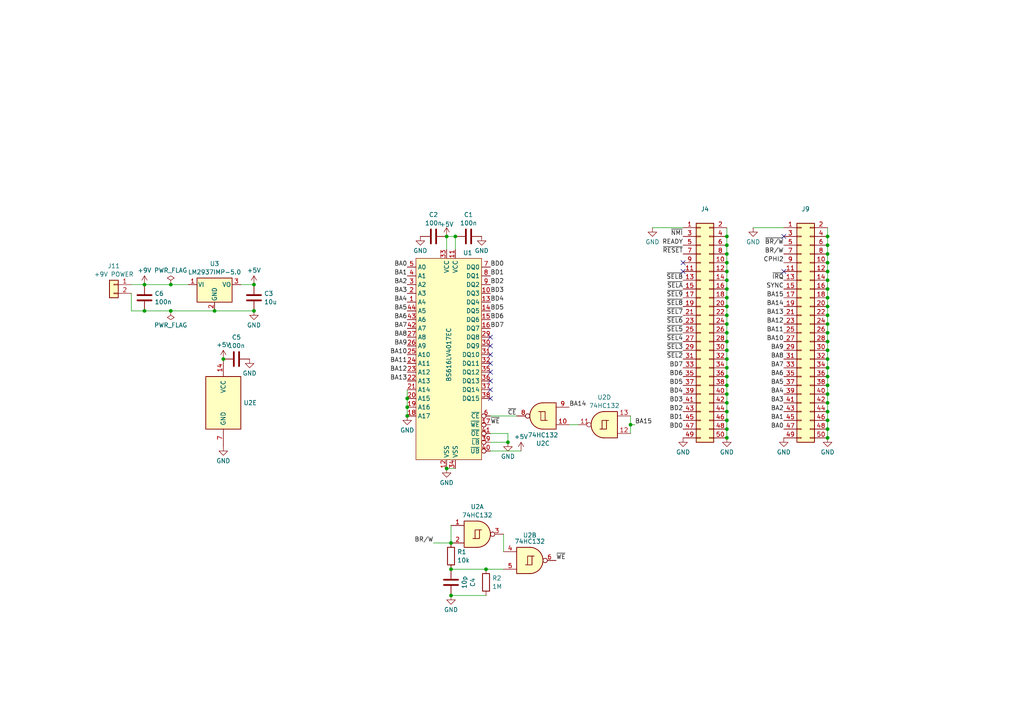
<source format=kicad_sch>
(kicad_sch (version 20230121) (generator eeschema)
  (paper "A4")
  (title_block (title "CBM PET SRAM Expansion") (date "2023-11-12") (rev "2") (company "CCC Basel"))
  (lib_symbols
    (symbol "74xx:74LS132" (pin_names (offset 1.016))
      (property "Reference" "U" (at 0 1.27 0))
      (property "Value" "74LS132" (at 0 -1.27 0))
      (symbol "74LS132_1_0"
        (polyline (pts (xy -0.635 -1.27) (xy -0.635 1.27) (xy 0.635 1.27)))
        (polyline (pts (xy -0.635 -1.27) (xy -0.635 1.27) (xy 0.635 1.27)))
        (polyline (pts (xy -1.27 -1.27) (xy 0.635 -1.27) (xy 0.635 1.27) (xy 1.27 1.27)))
        (polyline (pts (xy -1.27 -1.27) (xy 0.635 -1.27) (xy 0.635 1.27) (xy 1.27 1.27)))
      )
      (symbol "74LS132_1_1"
        (arc (start 0 -3.81) (mid 3.7934 0) (end 0 3.81) (stroke (width 0.254)) (fill (type background)))
        (polyline (pts (xy 0 3.81) (xy -3.81 3.81) (xy -3.81 -3.81) (xy 0 -3.81)) (stroke (width 0.254)) (fill (type background)))
        (pin input line (at -7.62 2.54 0) (length 3.81) (name "~") (number "1"))
        (pin input line (at -7.62 -2.54 0) (length 3.81) (name "~") (number "2"))
        (pin output inverted (at 7.62 0 180) (length 3.81) (name "~") (number "3"))
      )
      (symbol "74LS132_1_2"
        (arc (start -3.81 -3.81) (mid -2.589 0) (end -3.81 3.81) (stroke (width 0.254)))
        (arc (start -0.6096 -3.81) (mid 2.1842 -2.5851) (end 3.81 0) (stroke (width 0.254)) (fill (type background)))
        (polyline (pts (xy -3.81 -3.81) (xy -0.635 -3.81)) (stroke (width 0.254)) (fill (type background)))
        (polyline (pts (xy -3.81 3.81) (xy -0.635 3.81)) (stroke (width 0.254)) (fill (type background)))
        (polyline (pts (xy -0.635 3.81) (xy -3.81 3.81) (xy -3.81 3.81) (xy -3.556 3.4036) (xy -3.0226 2.2606) (xy -2.6924 1.0414) (xy -2.6162 -0.254) (xy -2.7686 -1.4986) (xy -3.175 -2.7178) (xy -3.81 -3.81) (xy -3.81 -3.81) (xy -0.635 -3.81)) (stroke (width -25.4)) (fill (type background)))
        (arc (start 3.81 0) (mid 2.1915 2.5936) (end -0.6096 3.81) (stroke (width 0.254)) (fill (type background)))
        (pin input inverted (at -7.62 2.54 0) (length 4.318) (name "~") (number "1"))
        (pin input inverted (at -7.62 -2.54 0) (length 4.318) (name "~") (number "2"))
        (pin output line (at 7.62 0 180) (length 3.81) (name "~") (number "3"))
      )
      (symbol "74LS132_2_0"
        (polyline (pts (xy -0.635 -1.27) (xy -0.635 1.27) (xy 0.635 1.27)))
        (polyline (pts (xy -0.635 -1.27) (xy -0.635 1.27) (xy 0.635 1.27)))
        (polyline (pts (xy -1.27 -1.27) (xy 0.635 -1.27) (xy 0.635 1.27) (xy 1.27 1.27)))
        (polyline (pts (xy -1.27 -1.27) (xy 0.635 -1.27) (xy 0.635 1.27) (xy 1.27 1.27)))
      )
      (symbol "74LS132_2_1"
        (arc (start 0 -3.81) (mid 3.7934 0) (end 0 3.81) (stroke (width 0.254)) (fill (type background)))
        (polyline (pts (xy 0 3.81) (xy -3.81 3.81) (xy -3.81 -3.81) (xy 0 -3.81)) (stroke (width 0.254)) (fill (type background)))
        (pin input line (at -7.62 2.54 0) (length 3.81) (name "~") (number "4"))
        (pin input line (at -7.62 -2.54 0) (length 3.81) (name "~") (number "5"))
        (pin output inverted (at 7.62 0 180) (length 3.81) (name "~") (number "6"))
      )
      (symbol "74LS132_2_2"
        (arc (start -3.81 -3.81) (mid -2.589 0) (end -3.81 3.81) (stroke (width 0.254)))
        (arc (start -0.6096 -3.81) (mid 2.1842 -2.5851) (end 3.81 0) (stroke (width 0.254)) (fill (type background)))
        (polyline (pts (xy -3.81 -3.81) (xy -0.635 -3.81)) (stroke (width 0.254)) (fill (type background)))
        (polyline (pts (xy -3.81 3.81) (xy -0.635 3.81)) (stroke (width 0.254)) (fill (type background)))
        (polyline (pts (xy -0.635 3.81) (xy -3.81 3.81) (xy -3.81 3.81) (xy -3.556 3.4036) (xy -3.0226 2.2606) (xy -2.6924 1.0414) (xy -2.6162 -0.254) (xy -2.7686 -1.4986) (xy -3.175 -2.7178) (xy -3.81 -3.81) (xy -3.81 -3.81) (xy -0.635 -3.81)) (stroke (width -25.4)) (fill (type background)))
        (arc (start 3.81 0) (mid 2.1915 2.5936) (end -0.6096 3.81) (stroke (width 0.254)) (fill (type background)))
        (pin input inverted (at -7.62 2.54 0) (length 4.318) (name "~") (number "4"))
        (pin input inverted (at -7.62 -2.54 0) (length 4.318) (name "~") (number "5"))
        (pin output line (at 7.62 0 180) (length 3.81) (name "~") (number "6"))
      )
      (symbol "74LS132_3_0"
        (polyline (pts (xy -0.635 -1.27) (xy -0.635 1.27) (xy 0.635 1.27)))
        (polyline (pts (xy -0.635 -1.27) (xy -0.635 1.27) (xy 0.635 1.27)))
        (polyline (pts (xy -1.27 -1.27) (xy 0.635 -1.27) (xy 0.635 1.27) (xy 1.27 1.27)))
        (polyline (pts (xy -1.27 -1.27) (xy 0.635 -1.27) (xy 0.635 1.27) (xy 1.27 1.27)))
      )
      (symbol "74LS132_3_1"
        (arc (start 0 -3.81) (mid 3.7934 0) (end 0 3.81) (stroke (width 0.254)) (fill (type background)))
        (polyline (pts (xy 0 3.81) (xy -3.81 3.81) (xy -3.81 -3.81) (xy 0 -3.81)) (stroke (width 0.254)) (fill (type background)))
        (pin input line (at -7.62 -2.54 0) (length 3.81) (name "~") (number "10"))
        (pin output inverted (at 7.62 0 180) (length 3.81) (name "~") (number "8"))
        (pin input line (at -7.62 2.54 0) (length 3.81) (name "~") (number "9"))
      )
      (symbol "74LS132_3_2"
        (arc (start -3.81 -3.81) (mid -2.589 0) (end -3.81 3.81) (stroke (width 0.254)))
        (arc (start -0.6096 -3.81) (mid 2.1842 -2.5851) (end 3.81 0) (stroke (width 0.254)) (fill (type background)))
        (polyline (pts (xy -3.81 -3.81) (xy -0.635 -3.81)) (stroke (width 0.254)) (fill (type background)))
        (polyline (pts (xy -3.81 3.81) (xy -0.635 3.81)) (stroke (width 0.254)) (fill (type background)))
        (polyline (pts (xy -0.635 3.81) (xy -3.81 3.81) (xy -3.81 3.81) (xy -3.556 3.4036) (xy -3.0226 2.2606) (xy -2.6924 1.0414) (xy -2.6162 -0.254) (xy -2.7686 -1.4986) (xy -3.175 -2.7178) (xy -3.81 -3.81) (xy -3.81 -3.81) (xy -0.635 -3.81)) (stroke (width -25.4)) (fill (type background)))
        (arc (start 3.81 0) (mid 2.1915 2.5936) (end -0.6096 3.81) (stroke (width 0.254)) (fill (type background)))
        (pin input inverted (at -7.62 -2.54 0) (length 4.318) (name "~") (number "10"))
        (pin output line (at 7.62 0 180) (length 3.81) (name "~") (number "8"))
        (pin input inverted (at -7.62 2.54 0) (length 4.318) (name "~") (number "9"))
      )
      (symbol "74LS132_4_0"
        (polyline (pts (xy -0.635 -1.27) (xy -0.635 1.27) (xy 0.635 1.27)))
        (polyline (pts (xy -0.635 -1.27) (xy -0.635 1.27) (xy 0.635 1.27)))
        (polyline (pts (xy -1.27 -1.27) (xy 0.635 -1.27) (xy 0.635 1.27) (xy 1.27 1.27)))
        (polyline (pts (xy -1.27 -1.27) (xy 0.635 -1.27) (xy 0.635 1.27) (xy 1.27 1.27)))
      )
      (symbol "74LS132_4_1"
        (arc (start 0 -3.81) (mid 3.7934 0) (end 0 3.81) (stroke (width 0.254)) (fill (type background)))
        (polyline (pts (xy 0 3.81) (xy -3.81 3.81) (xy -3.81 -3.81) (xy 0 -3.81)) (stroke (width 0.254)) (fill (type background)))
        (pin output inverted (at 7.62 0 180) (length 3.81) (name "~") (number "11"))
        (pin input line (at -7.62 2.54 0) (length 3.81) (name "~") (number "12"))
        (pin input line (at -7.62 -2.54 0) (length 3.81) (name "~") (number "13"))
      )
      (symbol "74LS132_4_2"
        (arc (start -3.81 -3.81) (mid -2.589 0) (end -3.81 3.81) (stroke (width 0.254)))
        (arc (start -0.6096 -3.81) (mid 2.1842 -2.5851) (end 3.81 0) (stroke (width 0.254)) (fill (type background)))
        (polyline (pts (xy -3.81 -3.81) (xy -0.635 -3.81)) (stroke (width 0.254)) (fill (type background)))
        (polyline (pts (xy -3.81 3.81) (xy -0.635 3.81)) (stroke (width 0.254)) (fill (type background)))
        (polyline (pts (xy -0.635 3.81) (xy -3.81 3.81) (xy -3.81 3.81) (xy -3.556 3.4036) (xy -3.0226 2.2606) (xy -2.6924 1.0414) (xy -2.6162 -0.254) (xy -2.7686 -1.4986) (xy -3.175 -2.7178) (xy -3.81 -3.81) (xy -3.81 -3.81) (xy -0.635 -3.81)) (stroke (width -25.4)) (fill (type background)))
        (arc (start 3.81 0) (mid 2.1915 2.5936) (end -0.6096 3.81) (stroke (width 0.254)) (fill (type background)))
        (pin output line (at 7.62 0 180) (length 3.81) (name "~") (number "11"))
        (pin input inverted (at -7.62 2.54 0) (length 4.318) (name "~") (number "12"))
        (pin input inverted (at -7.62 -2.54 0) (length 4.318) (name "~") (number "13"))
      )
      (symbol "74LS132_5_0"
        (pin power_in line (at 0 12.7 270) (length 5.08) (name "VCC") (number "14"))
        (pin power_in line (at 0 -12.7 90) (length 5.08) (name "GND") (number "7"))
      )
      (symbol "74LS132_5_1"
        (rectangle (start -5.08 7.62) (end 5.08 -7.62) (stroke (width 0.254)) (fill (type background)))
      )
    )
    (symbol "Connector_Generic:Conn_01x02" (pin_names (offset 1.016) hide)
      (property "Reference" "J" (at 0 2.54 0))
      (property "Value" "Conn_01x02" (at 0 -5.08 0))
      (symbol "Conn_01x02_1_1"
        (rectangle (start -1.27 -2.413) (end 0 -2.667) (stroke (width 0.1524)))
        (rectangle (start -1.27 0.127) (end 0 -0.127) (stroke (width 0.1524)))
        (rectangle (start -1.27 1.27) (end 1.27 -3.81) (stroke (width 0.254)) (fill (type background)))
        (pin passive line (at -5.08 0 0) (length 3.81) (name "Pin_1") (number "1"))
        (pin passive line (at -5.08 -2.54 0) (length 3.81) (name "Pin_2") (number "2"))
      )
    )
    (symbol "Connector_Generic:Conn_02x25_Odd_Even" (pin_names (offset 1.016) hide)
      (property "Reference" "J" (at 1.27 33.02 0))
      (property "Value" "Conn_02x25_Odd_Even" (at 1.27 -33.02 0))
      (symbol "Conn_02x25_Odd_Even_1_1"
        (rectangle (start -1.27 -30.353) (end 0 -30.607) (stroke (width 0.1524)))
        (rectangle (start -1.27 -27.813) (end 0 -28.067) (stroke (width 0.1524)))
        (rectangle (start -1.27 -25.273) (end 0 -25.527) (stroke (width 0.1524)))
        (rectangle (start -1.27 -22.733) (end 0 -22.987) (stroke (width 0.1524)))
        (rectangle (start -1.27 -20.193) (end 0 -20.447) (stroke (width 0.1524)))
        (rectangle (start -1.27 -17.653) (end 0 -17.907) (stroke (width 0.1524)))
        (rectangle (start -1.27 -15.113) (end 0 -15.367) (stroke (width 0.1524)))
        (rectangle (start -1.27 -12.573) (end 0 -12.827) (stroke (width 0.1524)))
        (rectangle (start -1.27 -10.033) (end 0 -10.287) (stroke (width 0.1524)))
        (rectangle (start -1.27 -7.493) (end 0 -7.747) (stroke (width 0.1524)))
        (rectangle (start -1.27 -4.953) (end 0 -5.207) (stroke (width 0.1524)))
        (rectangle (start -1.27 -2.413) (end 0 -2.667) (stroke (width 0.1524)))
        (rectangle (start -1.27 0.127) (end 0 -0.127) (stroke (width 0.1524)))
        (rectangle (start -1.27 2.667) (end 0 2.413) (stroke (width 0.1524)))
        (rectangle (start -1.27 5.207) (end 0 4.953) (stroke (width 0.1524)))
        (rectangle (start -1.27 7.747) (end 0 7.493) (stroke (width 0.1524)))
        (rectangle (start -1.27 10.287) (end 0 10.033) (stroke (width 0.1524)))
        (rectangle (start -1.27 12.827) (end 0 12.573) (stroke (width 0.1524)))
        (rectangle (start -1.27 15.367) (end 0 15.113) (stroke (width 0.1524)))
        (rectangle (start -1.27 17.907) (end 0 17.653) (stroke (width 0.1524)))
        (rectangle (start -1.27 20.447) (end 0 20.193) (stroke (width 0.1524)))
        (rectangle (start -1.27 22.987) (end 0 22.733) (stroke (width 0.1524)))
        (rectangle (start -1.27 25.527) (end 0 25.273) (stroke (width 0.1524)))
        (rectangle (start -1.27 28.067) (end 0 27.813) (stroke (width 0.1524)))
        (rectangle (start -1.27 30.607) (end 0 30.353) (stroke (width 0.1524)))
        (rectangle (start -1.27 31.75) (end 3.81 -31.75) (stroke (width 0.254)) (fill (type background)))
        (rectangle (start 3.81 -30.353) (end 2.54 -30.607) (stroke (width 0.1524)))
        (rectangle (start 3.81 -27.813) (end 2.54 -28.067) (stroke (width 0.1524)))
        (rectangle (start 3.81 -25.273) (end 2.54 -25.527) (stroke (width 0.1524)))
        (rectangle (start 3.81 -22.733) (end 2.54 -22.987) (stroke (width 0.1524)))
        (rectangle (start 3.81 -20.193) (end 2.54 -20.447) (stroke (width 0.1524)))
        (rectangle (start 3.81 -17.653) (end 2.54 -17.907) (stroke (width 0.1524)))
        (rectangle (start 3.81 -15.113) (end 2.54 -15.367) (stroke (width 0.1524)))
        (rectangle (start 3.81 -12.573) (end 2.54 -12.827) (stroke (width 0.1524)))
        (rectangle (start 3.81 -10.033) (end 2.54 -10.287) (stroke (width 0.1524)))
        (rectangle (start 3.81 -7.493) (end 2.54 -7.747) (stroke (width 0.1524)))
        (rectangle (start 3.81 -4.953) (end 2.54 -5.207) (stroke (width 0.1524)))
        (rectangle (start 3.81 -2.413) (end 2.54 -2.667) (stroke (width 0.1524)))
        (rectangle (start 3.81 0.127) (end 2.54 -0.127) (stroke (width 0.1524)))
        (rectangle (start 3.81 2.667) (end 2.54 2.413) (stroke (width 0.1524)))
        (rectangle (start 3.81 5.207) (end 2.54 4.953) (stroke (width 0.1524)))
        (rectangle (start 3.81 7.747) (end 2.54 7.493) (stroke (width 0.1524)))
        (rectangle (start 3.81 10.287) (end 2.54 10.033) (stroke (width 0.1524)))
        (rectangle (start 3.81 12.827) (end 2.54 12.573) (stroke (width 0.1524)))
        (rectangle (start 3.81 15.367) (end 2.54 15.113) (stroke (width 0.1524)))
        (rectangle (start 3.81 17.907) (end 2.54 17.653) (stroke (width 0.1524)))
        (rectangle (start 3.81 20.447) (end 2.54 20.193) (stroke (width 0.1524)))
        (rectangle (start 3.81 22.987) (end 2.54 22.733) (stroke (width 0.1524)))
        (rectangle (start 3.81 25.527) (end 2.54 25.273) (stroke (width 0.1524)))
        (rectangle (start 3.81 28.067) (end 2.54 27.813) (stroke (width 0.1524)))
        (rectangle (start 3.81 30.607) (end 2.54 30.353) (stroke (width 0.1524)))
        (pin passive line (at -5.08 30.48 0) (length 3.81) (name "Pin_1") (number "1"))
        (pin passive line (at 7.62 20.32 180) (length 3.81) (name "Pin_10") (number "10"))
        (pin passive line (at -5.08 17.78 0) (length 3.81) (name "Pin_11") (number "11"))
        (pin passive line (at 7.62 17.78 180) (length 3.81) (name "Pin_12") (number "12"))
        (pin passive line (at -5.08 15.24 0) (length 3.81) (name "Pin_13") (number "13"))
        (pin passive line (at 7.62 15.24 180) (length 3.81) (name "Pin_14") (number "14"))
        (pin passive line (at -5.08 12.7 0) (length 3.81) (name "Pin_15") (number "15"))
        (pin passive line (at 7.62 12.7 180) (length 3.81) (name "Pin_16") (number "16"))
        (pin passive line (at -5.08 10.16 0) (length 3.81) (name "Pin_17") (number "17"))
        (pin passive line (at 7.62 10.16 180) (length 3.81) (name "Pin_18") (number "18"))
        (pin passive line (at -5.08 7.62 0) (length 3.81) (name "Pin_19") (number "19"))
        (pin passive line (at 7.62 30.48 180) (length 3.81) (name "Pin_2") (number "2"))
        (pin passive line (at 7.62 7.62 180) (length 3.81) (name "Pin_20") (number "20"))
        (pin passive line (at -5.08 5.08 0) (length 3.81) (name "Pin_21") (number "21"))
        (pin passive line (at 7.62 5.08 180) (length 3.81) (name "Pin_22") (number "22"))
        (pin passive line (at -5.08 2.54 0) (length 3.81) (name "Pin_23") (number "23"))
        (pin passive line (at 7.62 2.54 180) (length 3.81) (name "Pin_24") (number "24"))
        (pin passive line (at -5.08 0 0) (length 3.81) (name "Pin_25") (number "25"))
        (pin passive line (at 7.62 0 180) (length 3.81) (name "Pin_26") (number "26"))
        (pin passive line (at -5.08 -2.54 0) (length 3.81) (name "Pin_27") (number "27"))
        (pin passive line (at 7.62 -2.54 180) (length 3.81) (name "Pin_28") (number "28"))
        (pin passive line (at -5.08 -5.08 0) (length 3.81) (name "Pin_29") (number "29"))
        (pin passive line (at -5.08 27.94 0) (length 3.81) (name "Pin_3") (number "3"))
        (pin passive line (at 7.62 -5.08 180) (length 3.81) (name "Pin_30") (number "30"))
        (pin passive line (at -5.08 -7.62 0) (length 3.81) (name "Pin_31") (number "31"))
        (pin passive line (at 7.62 -7.62 180) (length 3.81) (name "Pin_32") (number "32"))
        (pin passive line (at -5.08 -10.16 0) (length 3.81) (name "Pin_33") (number "33"))
        (pin passive line (at 7.62 -10.16 180) (length 3.81) (name "Pin_34") (number "34"))
        (pin passive line (at -5.08 -12.7 0) (length 3.81) (name "Pin_35") (number "35"))
        (pin passive line (at 7.62 -12.7 180) (length 3.81) (name "Pin_36") (number "36"))
        (pin passive line (at -5.08 -15.24 0) (length 3.81) (name "Pin_37") (number "37"))
        (pin passive line (at 7.62 -15.24 180) (length 3.81) (name "Pin_38") (number "38"))
        (pin passive line (at -5.08 -17.78 0) (length 3.81) (name "Pin_39") (number "39"))
        (pin passive line (at 7.62 27.94 180) (length 3.81) (name "Pin_4") (number "4"))
        (pin passive line (at 7.62 -17.78 180) (length 3.81) (name "Pin_40") (number "40"))
        (pin passive line (at -5.08 -20.32 0) (length 3.81) (name "Pin_41") (number "41"))
        (pin passive line (at 7.62 -20.32 180) (length 3.81) (name "Pin_42") (number "42"))
        (pin passive line (at -5.08 -22.86 0) (length 3.81) (name "Pin_43") (number "43"))
        (pin passive line (at 7.62 -22.86 180) (length 3.81) (name "Pin_44") (number "44"))
        (pin passive line (at -5.08 -25.4 0) (length 3.81) (name "Pin_45") (number "45"))
        (pin passive line (at 7.62 -25.4 180) (length 3.81) (name "Pin_46") (number "46"))
        (pin passive line (at -5.08 -27.94 0) (length 3.81) (name "Pin_47") (number "47"))
        (pin passive line (at 7.62 -27.94 180) (length 3.81) (name "Pin_48") (number "48"))
        (pin passive line (at -5.08 -30.48 0) (length 3.81) (name "Pin_49") (number "49"))
        (pin passive line (at -5.08 25.4 0) (length 3.81) (name "Pin_5") (number "5"))
        (pin passive line (at 7.62 -30.48 180) (length 3.81) (name "Pin_50") (number "50"))
        (pin passive line (at 7.62 25.4 180) (length 3.81) (name "Pin_6") (number "6"))
        (pin passive line (at -5.08 22.86 0) (length 3.81) (name "Pin_7") (number "7"))
        (pin passive line (at 7.62 22.86 180) (length 3.81) (name "Pin_8") (number "8"))
        (pin passive line (at -5.08 20.32 0) (length 3.81) (name "Pin_9") (number "9"))
      )
    )
    (symbol "Device:C" (pin_numbers hide) (pin_names (offset 0.254))
      (property "Reference" "C" (at 0.635 2.54 0))
      (property "Value" "C" (at 0.635 -2.54 0))
      (symbol "C_0_1"
        (polyline (pts (xy -2.032 -0.762) (xy 2.032 -0.762)) (stroke (width 0.508)))
        (polyline (pts (xy -2.032 0.762) (xy 2.032 0.762)) (stroke (width 0.508)))
      )
      (symbol "C_1_1"
        (pin passive line (at 0 3.81 270) (length 2.794) (name "~") (number "1"))
        (pin passive line (at 0 -3.81 90) (length 2.794) (name "~") (number "2"))
      )
    )
    (symbol "Device:R" (pin_numbers hide) (pin_names (offset 0))
      (property "Reference" "R" (at 2.032 0 90))
      (property "Value" "R" (at 0 0 90))
      (symbol "R_0_1"
        (rectangle (start -1.016 -2.54) (end 1.016 2.54) (stroke (width 0.254)))
      )
      (symbol "R_1_1"
        (pin passive line (at 0 3.81 270) (length 1.27) (name "~") (number "1"))
        (pin passive line (at 0 -3.81 90) (length 1.27) (name "~") (number "2"))
      )
    )
    (symbol "Regulator_Linear:LM2937xMP" (pin_names (offset 0.254))
      (property "Reference" "U" (at -3.81 3.175 0))
      (property "Value" "LM2937xMP" (at 0 3.175 0))
      (symbol "LM2937xMP_0_1"
        (rectangle (start -5.08 -5.08) (end 5.08 1.905) (stroke (width 0.254)) (fill (type background)))
      )
      (symbol "LM2937xMP_1_1"
        (pin power_in line (at -7.62 0 0) (length 2.54) (name "VI") (number "1"))
        (pin power_in line (at 0 -7.62 90) (length 2.54) (name "GND") (number "2"))
        (pin power_out line (at 7.62 0 180) (length 2.54) (name "VO") (number "3"))
      )
    )
    (symbol "oni:BS616LV4017EC"
      (property "Reference" "U" (at 5.08 -30.48 0))
      (property "Value" "BS616LV4017EC" (at 0 0 90))
      (symbol "BS616LV4017EC_1_1"
        (rectangle (start -10.16 29.21) (end 8.89 -29.21) (fill (type background)))
        (pin input line (at -12.7 16.51 0) (length 2.54) (name "A4") (number "1"))
        (pin tri_state line (at 11.43 19.05 180) (length 2.54) (name "DQ3") (number "10"))
        (pin power_in line (at 1.27 31.75 270) (length 2.54) (name "VCC") (number "11"))
        (pin power_in line (at -1.27 -31.75 90) (length 2.54) (name "VSS") (number "12"))
        (pin tri_state line (at 11.43 16.51 180) (length 2.54) (name "DQ4") (number "13"))
        (pin tri_state line (at 11.43 13.97 180) (length 2.54) (name "DQ5") (number "14"))
        (pin tri_state line (at 11.43 11.43 180) (length 2.54) (name "DQ6") (number "15"))
        (pin tri_state line (at 11.43 8.89 180) (length 2.54) (name "DQ7") (number "16"))
        (pin input inverted (at 11.43 -19.05 180) (length 2.54) (name "~{WE}") (number "17"))
        (pin input line (at -12.7 -16.51 0) (length 2.54) (name "A17") (number "18"))
        (pin input line (at -12.7 -13.97 0) (length 2.54) (name "A16") (number "19"))
        (pin input line (at -12.7 19.05 0) (length 2.54) (name "A3") (number "2"))
        (pin input line (at -12.7 -11.43 0) (length 2.54) (name "A15") (number "20"))
        (pin input line (at -12.7 -8.89 0) (length 2.54) (name "A14") (number "21"))
        (pin input line (at -12.7 -6.35 0) (length 2.54) (name "A13") (number "22"))
        (pin input line (at -12.7 -3.81 0) (length 2.54) (name "A12") (number "23"))
        (pin input line (at -12.7 -1.27 0) (length 2.54) (name "A11") (number "24"))
        (pin input line (at -12.7 1.27 0) (length 2.54) (name "A10") (number "25"))
        (pin input line (at -12.7 3.81 0) (length 2.54) (name "A9") (number "26"))
        (pin input line (at -12.7 6.35 0) (length 2.54) (name "A8") (number "27"))
        (pin no_connect line (at -12.7 -26.67 0) (length 2.54) hide (name "NC") (number "28"))
        (pin tri_state line (at 11.43 6.35 180) (length 2.54) (name "DQ8") (number "29"))
        (pin input line (at -12.7 21.59 0) (length 2.54) (name "A2") (number "3"))
        (pin tri_state line (at 11.43 3.81 180) (length 2.54) (name "DQ9") (number "30"))
        (pin tri_state line (at 11.43 1.27 180) (length 2.54) (name "DQ10") (number "31"))
        (pin tri_state line (at 11.43 -1.27 180) (length 2.54) (name "DQ11") (number "32"))
        (pin power_in line (at -1.27 31.75 270) (length 2.54) (name "VCC") (number "33"))
        (pin power_in line (at 1.27 -31.75 90) (length 2.54) (name "VSS") (number "34"))
        (pin tri_state line (at 11.43 -3.81 180) (length 2.54) (name "DQ12") (number "35"))
        (pin tri_state line (at 11.43 -6.35 180) (length 2.54) (name "DQ13") (number "36"))
        (pin tri_state line (at 11.43 -8.89 180) (length 2.54) (name "DQ14") (number "37"))
        (pin tri_state line (at 11.43 -11.43 180) (length 2.54) (name "DQ15") (number "38"))
        (pin input inverted (at 11.43 -24.13 180) (length 2.54) (name "~{LB}") (number "39"))
        (pin input line (at -12.7 24.13 0) (length 2.54) (name "A1") (number "4"))
        (pin input inverted (at 11.43 -26.67 180) (length 2.54) (name "~{UB}") (number "40"))
        (pin input inverted (at 11.43 -21.59 180) (length 2.54) (name "~{OE}") (number "41"))
        (pin input line (at -12.7 8.89 0) (length 2.54) (name "A7") (number "42"))
        (pin input line (at -12.7 11.43 0) (length 2.54) (name "A6") (number "43"))
        (pin input line (at -12.7 13.97 0) (length 2.54) (name "A5") (number "44"))
        (pin input line (at -12.7 26.67 0) (length 2.54) (name "A0") (number "5"))
        (pin input inverted (at 11.43 -16.51 180) (length 2.54) (name "~{CE}") (number "6"))
        (pin tri_state line (at 11.43 26.67 180) (length 2.54) (name "DQ0") (number "7"))
        (pin tri_state line (at 11.43 24.13 180) (length 2.54) (name "DQ1") (number "8"))
        (pin tri_state line (at 11.43 21.59 180) (length 2.54) (name "DQ2") (number "9"))
      )
    )
    (symbol "power:+5V" (power) (pin_names (offset 0))
      (property "Value" "+5V" (at 0 3.556 0))
      (symbol "+5V_0_1"
        (polyline (pts (xy -0.762 1.27) (xy 0 2.54)))
        (polyline (pts (xy 0 0) (xy 0 2.54)))
        (polyline (pts (xy 0 2.54) (xy 0.762 1.27)))
      )
      (symbol "+5V_1_1"
        (pin power_in line (at 0 0 90) (length 0) hide (name "+5V") (number "1"))
      )
    )
    (symbol "power:+9V" (power) (pin_names (offset 0))
      (property "Value" "+9V" (at 0 3.556 0))
      (symbol "+9V_0_1"
        (polyline (pts (xy -0.762 1.27) (xy 0 2.54)))
        (polyline (pts (xy 0 0) (xy 0 2.54)))
        (polyline (pts (xy 0 2.54) (xy 0.762 1.27)))
      )
      (symbol "+9V_1_1"
        (pin power_in line (at 0 0 90) (length 0) hide (name "+9V") (number "1"))
      )
    )
    (symbol "power:GND" (power) (pin_names (offset 0))
      (property "Value" "GND" (at 0 -3.81 0))
      (symbol "GND_0_1"
        (polyline (pts (xy 0 0) (xy 0 -1.27) (xy 1.27 -1.27) (xy 0 -2.54) (xy -1.27 -1.27) (xy 0 -1.27)))
      )
      (symbol "GND_1_1"
        (pin power_in line (at 0 0 270) (length 0) hide (name "GND") (number "1"))
      )
    )
    (symbol "power:PWR_FLAG" (power) (pin_numbers hide) (pin_names (offset 0) hide)
      (property "Value" "PWR_FLAG" (at 0 3.81 0))
      (symbol "PWR_FLAG_0_0"
        (pin power_out line (at 0 0 90) (length 0) (name "pwr") (number "1"))
      )
      (symbol "PWR_FLAG_0_1"
        (polyline (pts (xy 0 0) (xy 0 1.27) (xy -1.016 1.905) (xy 0 2.54) (xy 1.016 1.905) (xy 0 1.27)))
      )
    )
  )
  (junction (at 130.81 165.1))
  (junction (at 240.03 91.44))
  (junction (at 240.03 109.22))
  (junction (at 49.53 90.17))
  (junction (at 240.03 116.84))
  (junction (at 210.82 88.9))
  (junction (at 240.03 93.98))
  (junction (at 210.82 111.76))
  (junction (at 240.03 81.28))
  (junction (at 240.03 68.58))
  (junction (at 240.03 119.38))
  (junction (at 240.03 88.9))
  (junction (at 73.66 90.17))
  (junction (at 210.82 124.46))
  (junction (at 129.54 135.89))
  (junction (at 210.82 86.36))
  (junction (at 118.11 115.57))
  (junction (at 130.81 157.48))
  (junction (at 240.03 71.12))
  (junction (at 240.03 124.46))
  (junction (at 118.11 120.65))
  (junction (at 130.81 172.72))
  (junction (at 240.03 83.82))
  (junction (at 210.82 68.58))
  (junction (at 210.82 104.14))
  (junction (at 140.97 165.1))
  (junction (at 240.03 127))
  (junction (at 240.03 99.06))
  (junction (at 240.03 111.76))
  (junction (at 62.23 90.17))
  (junction (at 210.82 76.2))
  (junction (at 41.91 90.17))
  (junction (at 240.03 76.2))
  (junction (at 129.54 68.58))
  (junction (at 210.82 127))
  (junction (at 210.82 96.52))
  (junction (at 240.03 121.92))
  (junction (at 240.03 96.52))
  (junction (at 73.66 82.55))
  (junction (at 132.08 68.58))
  (junction (at 210.82 101.6))
  (junction (at 210.82 121.92))
  (junction (at 182.88 123.19))
  (junction (at 210.82 91.44))
  (junction (at 41.91 82.55))
  (junction (at 49.53 82.55))
  (junction (at 240.03 106.68))
  (junction (at 240.03 78.74))
  (junction (at 210.82 99.06))
  (junction (at 240.03 86.36))
  (junction (at 64.77 104.14))
  (junction (at 210.82 83.82))
  (junction (at 147.32 128.27))
  (junction (at 210.82 109.22))
  (junction (at 210.82 78.74))
  (junction (at 240.03 114.3))
  (junction (at 240.03 104.14))
  (junction (at 240.03 73.66))
  (junction (at 210.82 106.68))
  (junction (at 210.82 119.38))
  (junction (at 118.11 118.11))
  (junction (at 240.03 101.6))
  (junction (at 210.82 114.3))
  (junction (at 210.82 116.84))
  (junction (at 210.82 73.66))
  (junction (at 210.82 71.12))
  (junction (at 210.82 81.28))
  (junction (at 210.82 93.98))
  (no_connect (at 142.24 113.03))
  (no_connect (at 142.24 107.95))
  (no_connect (at 142.24 102.87))
  (no_connect (at 198.12 76.2))
  (no_connect (at 227.33 68.58))
  (no_connect (at 142.24 115.57))
  (no_connect (at 198.12 78.74))
  (no_connect (at 227.33 78.74))
  (no_connect (at 142.24 100.33))
  (no_connect (at 142.24 97.79))
  (no_connect (at 142.24 105.41))
  (no_connect (at 142.24 110.49))
  (wire (pts (xy 240.03 121.92) (xy 240.03 124.46)))
  (wire (pts (xy 210.82 116.84) (xy 210.82 119.38)))
  (wire (pts (xy 210.82 99.06) (xy 210.82 101.6)))
  (wire (pts (xy 210.82 78.74) (xy 210.82 81.28)))
  (wire (pts (xy 240.03 114.3) (xy 240.03 116.84)))
  (wire (pts (xy 210.82 83.82) (xy 210.82 86.36)))
  (wire (pts (xy 210.82 91.44) (xy 210.82 93.98)))
  (wire (pts (xy 41.91 90.17) (xy 49.53 90.17)))
  (wire (pts (xy 130.81 152.4) (xy 130.81 157.48)))
  (wire (pts (xy 118.11 118.11) (xy 118.11 120.65)))
  (wire (pts (xy 240.03 109.22) (xy 240.03 111.76)))
  (wire (pts (xy 240.03 99.06) (xy 240.03 101.6)))
  (wire (pts (xy 210.82 109.22) (xy 210.82 111.76)))
  (wire (pts (xy 184.15 123.19) (xy 182.88 123.19)))
  (wire (pts (xy 210.82 88.9) (xy 210.82 91.44)))
  (wire (pts (xy 38.1 82.55) (xy 41.91 82.55)))
  (wire (pts (xy 240.03 101.6) (xy 240.03 104.14)))
  (wire (pts (xy 118.11 113.03) (xy 118.11 115.57)))
  (wire (pts (xy 240.03 106.68) (xy 240.03 109.22)))
  (wire (pts (xy 125.73 157.48) (xy 130.81 157.48)))
  (wire (pts (xy 210.82 104.14) (xy 210.82 106.68)))
  (wire (pts (xy 240.03 111.76) (xy 240.03 114.3)))
  (wire (pts (xy 240.03 73.66) (xy 240.03 76.2)))
  (wire (pts (xy 210.82 96.52) (xy 210.82 99.06)))
  (wire (pts (xy 189.23 66.04) (xy 198.12 66.04)))
  (wire (pts (xy 38.1 90.17) (xy 41.91 90.17)))
  (wire (pts (xy 142.24 128.27) (xy 147.32 128.27)))
  (wire (pts (xy 118.11 115.57) (xy 118.11 118.11)))
  (wire (pts (xy 210.82 101.6) (xy 210.82 104.14)))
  (wire (pts (xy 210.82 71.12) (xy 210.82 73.66)))
  (wire (pts (xy 167.64 123.19) (xy 165.1 123.19)))
  (wire (pts (xy 240.03 116.84) (xy 240.03 119.38)))
  (wire (pts (xy 210.82 93.98) (xy 210.82 96.52)))
  (wire (pts (xy 182.88 123.19) (xy 182.88 120.65)))
  (wire (pts (xy 41.91 82.55) (xy 49.53 82.55)))
  (wire (pts (xy 210.82 124.46) (xy 210.82 127)))
  (wire (pts (xy 129.54 68.58) (xy 129.54 72.39)))
  (wire (pts (xy 210.82 76.2) (xy 210.82 78.74)))
  (wire (pts (xy 142.24 130.81) (xy 151.13 130.81)))
  (wire (pts (xy 210.82 106.68) (xy 210.82 109.22)))
  (wire (pts (xy 240.03 119.38) (xy 240.03 121.92)))
  (wire (pts (xy 240.03 66.04) (xy 240.03 68.58)))
  (wire (pts (xy 129.54 135.89) (xy 132.08 135.89)))
  (wire (pts (xy 218.44 66.04) (xy 227.33 66.04)))
  (wire (pts (xy 69.85 82.55) (xy 73.66 82.55)))
  (wire (pts (xy 182.88 123.19) (xy 182.88 125.73)))
  (wire (pts (xy 240.03 124.46) (xy 240.03 127)))
  (wire (pts (xy 210.82 121.92) (xy 210.82 124.46)))
  (wire (pts (xy 49.53 90.17) (xy 62.23 90.17)))
  (wire (pts (xy 147.32 125.73) (xy 147.32 128.27)))
  (wire (pts (xy 240.03 78.74) (xy 240.03 81.28)))
  (wire (pts (xy 210.82 111.76) (xy 210.82 114.3)))
  (wire (pts (xy 240.03 86.36) (xy 240.03 88.9)))
  (wire (pts (xy 240.03 88.9) (xy 240.03 91.44)))
  (wire (pts (xy 129.54 68.58) (xy 132.08 68.58)))
  (wire (pts (xy 240.03 96.52) (xy 240.03 99.06)))
  (wire (pts (xy 130.81 165.1) (xy 140.97 165.1)))
  (wire (pts (xy 240.03 91.44) (xy 240.03 93.98)))
  (wire (pts (xy 210.82 119.38) (xy 210.82 121.92)))
  (wire (pts (xy 140.97 165.1) (xy 146.05 165.1)))
  (wire (pts (xy 62.23 90.17) (xy 73.66 90.17)))
  (wire (pts (xy 210.82 66.04) (xy 210.82 68.58)))
  (wire (pts (xy 132.08 68.58) (xy 132.08 72.39)))
  (wire (pts (xy 146.05 154.94) (xy 146.05 160.02)))
  (wire (pts (xy 240.03 83.82) (xy 240.03 86.36)))
  (wire (pts (xy 142.24 120.65) (xy 149.86 120.65)))
  (wire (pts (xy 210.82 68.58) (xy 210.82 71.12)))
  (wire (pts (xy 210.82 86.36) (xy 210.82 88.9)))
  (wire (pts (xy 240.03 93.98) (xy 240.03 96.52)))
  (wire (pts (xy 210.82 73.66) (xy 210.82 76.2)))
  (wire (pts (xy 240.03 81.28) (xy 240.03 83.82)))
  (wire (pts (xy 240.03 104.14) (xy 240.03 106.68)))
  (wire (pts (xy 210.82 114.3) (xy 210.82 116.84)))
  (wire (pts (xy 240.03 76.2) (xy 240.03 78.74)))
  (wire (pts (xy 240.03 68.58) (xy 240.03 71.12)))
  (wire (pts (xy 130.81 172.72) (xy 140.97 172.72)))
  (wire (pts (xy 49.53 82.55) (xy 54.61 82.55)))
  (wire (pts (xy 142.24 125.73) (xy 147.32 125.73)))
  (wire (pts (xy 38.1 90.17) (xy 38.1 85.09)))
  (wire (pts (xy 240.03 71.12) (xy 240.03 73.66)))
  (wire (pts (xy 210.82 81.28) (xy 210.82 83.82)))
  (label "BA10" (at 118.11 102.87 180))
  (label "~{SEL4}" (at 198.12 99.06 180))
  (label "BA3" (at 118.11 85.09 180))
  (label "BA10" (at 227.33 99.06 180))
  (label "BA3" (at 227.33 116.84 180))
  (label "BD5" (at 142.24 90.17 0))
  (label "~{RESET}" (at 198.12 73.66 180))
  (label "BA9" (at 227.33 101.6 180))
  (label "BA12" (at 118.11 107.95 180))
  (label "BD7" (at 198.12 106.68 180))
  (label "BA8" (at 227.33 104.14 180))
  (label "~{WE}" (at 161.29 162.56 0))
  (label "~{IRQ}" (at 227.33 81.28 180))
  (label "BA13" (at 118.11 110.49 180))
  (label "BA0" (at 227.33 124.46 180))
  (label "BD6" (at 142.24 92.71 0))
  (label "BA12" (at 227.33 93.98 180))
  (label "BD0" (at 198.12 124.46 180))
  (label "SYNC" (at 227.33 83.82 180))
  (label "BA13" (at 227.33 91.44 180))
  (label "BA15" (at 184.15 123.19 0))
  (label "BR{slash}W" (at 227.33 73.66 180))
  (label "BD1" (at 142.24 80.01 0))
  (label "BA11" (at 227.33 96.52 180))
  (label "BA15" (at 227.33 86.36 180))
  (label "BA5" (at 118.11 90.17 180))
  (label "BA6" (at 227.33 109.22 180))
  (label "~{SEL9}" (at 198.12 86.36 180))
  (label "BA4" (at 118.11 87.63 180))
  (label "~{CE}" (at 149.86 120.65 180))
  (label "~{SELB}" (at 198.12 81.28 180))
  (label "BD3" (at 142.24 85.09 0))
  (label "BA6" (at 118.11 92.71 180))
  (label "~{SEL3}" (at 198.12 101.6 180))
  (label "BA4" (at 227.33 114.3 180))
  (label "~{BR{slash}W}" (at 227.33 71.12 180))
  (label "~{SEL8}" (at 198.12 88.9 180))
  (label "BD6" (at 198.12 109.22 180))
  (label "BD2" (at 198.12 119.38 180))
  (label "CPHI2" (at 227.33 76.2 180))
  (label "BD4" (at 142.24 87.63 0))
  (label "~{NMI}" (at 198.12 68.58 180))
  (label "BD3" (at 198.12 116.84 180))
  (label "BA11" (at 118.11 105.41 180))
  (label "BA14" (at 227.33 88.9 180))
  (label "READY" (at 198.12 71.12 180))
  (label "~{SEL2}" (at 198.12 104.14 180))
  (label "BA9" (at 118.11 100.33 180))
  (label "BA2" (at 227.33 119.38 180))
  (label "BD7" (at 142.24 95.25 0))
  (label "BA7" (at 118.11 95.25 180))
  (label "BA5" (at 227.33 111.76 180))
  (label "BD5" (at 198.12 111.76 180))
  (label "BA0" (at 118.11 77.47 180))
  (label "BD4" (at 198.12 114.3 180))
  (label "BR{slash}W" (at 125.73 157.48 180))
  (label "BA14" (at 165.1 118.11 0))
  (label "~{SEL7}" (at 198.12 91.44 180))
  (label "BA1" (at 227.33 121.92 180))
  (label "~{SEL5}" (at 198.12 96.52 180))
  (label "~{WE}" (at 142.24 123.19 0))
  (label "~{SEL6}" (at 198.12 93.98 180))
  (label "BA1" (at 118.11 80.01 180))
  (label "BD1" (at 198.12 121.92 180))
  (label "BA2" (at 118.11 82.55 180))
  (label "BA7" (at 227.33 106.68 180))
  (label "BD0" (at 142.24 77.47 0))
  (label "BA8" (at 118.11 97.79 180))
  (label "~{SELA}" (at 198.12 83.82 180))
  (label "BD2" (at 142.24 82.55 0))
  (symbol (lib_id "power:GND") (at 227.33 127 0) (unit 1)
    (property "Reference" "#PWR011" (effects hide))
    (property "Value" "GND" (at 227.33 131.1331 0))
  )
  (symbol (lib_id "power:GND") (at 64.77 129.54 0) (unit 1)
    (property "Reference" "#PWR016" (effects hide))
    (property "Value" "GND" (at 64.77 133.6731 0))
  )
  (symbol (lib_id "power:GND") (at 218.44 66.04 0) (unit 1)
    (property "Reference" "#PWR010" (effects hide))
    (property "Value" "GND" (at 218.44 70.1731 0))
  )
  (symbol (lib_id "74xx:74LS132") (at 175.26 123.19 180) (unit 4)
    (property "Reference" "U2" (at 175.2683 115.2357 0))
    (property "Value" "74HC132" (at 175.2683 117.6599 0))
    (property "Footprint" "Package_SO:SOIC-14_3.9x8.7mm_P1.27mm" (effects hide))
    (property "Datasheet" "http://www.ti.com/lit/gpn/sn74LS132" (effects hide))
  )
  (symbol (lib_id "Connector_Generic:Conn_01x02") (at 33.02 82.55 0) (mirror y) (unit 1)
    (property "Reference" "J11" (at 33.02 77.1357 0))
    (property "Value" "+9V POWER" (at 33.02 79.5599 0))
    (property "Footprint" "Connector_PinHeader_2.54mm:PinHeader_1x02_P2.54mm_Horizontal" (effects hide))
  )
  (symbol (lib_id "power:GND") (at 210.82 127 0) (unit 1)
    (property "Reference" "#PWR07" (effects hide))
    (property "Value" "GND" (at 210.82 131.1331 0))
  )
  (symbol (lib_id "Device:C") (at 68.58 104.14 90) (unit 1)
    (property "Reference" "C5" (at 68.58 97.8367 90))
    (property "Value" "100n" (at 68.58 100.2609 90))
    (property "Footprint" "Capacitor_SMD:C_0805_2012Metric" (effects hide))
  )
  (symbol (lib_id "power:+5V") (at 129.54 68.58 0) (unit 1)
    (property "Reference" "#PWR04" (effects hide))
    (property "Value" "+5V" (at 129.54 65.0819 0))
  )
  (symbol (lib_id "power:GND") (at 121.92 68.58 0) (unit 1)
    (property "Reference" "#PWR06" (effects hide))
    (property "Value" "GND" (at 121.92 72.7131 0))
  )
  (symbol (lib_id "Device:R") (at 130.81 161.29 180) (unit 1)
    (property "Reference" "R1" (at 132.588 160.0779 0) (effects (justify right)))
    (property "Value" "10k" (at 132.588 162.5021 0) (effects (justify right)))
    (property "Footprint" "Resistor_SMD:R_0805_2012Metric" (effects hide))
  )
  (symbol (lib_id "power:GND") (at 147.32 128.27 0) (unit 1)
    (property "Reference" "#PWR013" (effects hide))
    (property "Value" "GND" (at 147.32 132.4031 0))
  )
  (symbol (lib_id "power:GND") (at 189.23 66.04 0) (unit 1)
    (property "Reference" "#PWR09" (effects hide))
    (property "Value" "GND" (at 189.23 70.1731 0))
  )
  (symbol (lib_id "Connector_Generic:Conn_02x25_Odd_Even") (at 232.41 96.52 0) (unit 1)
    (property "Reference" "J9" (at 233.68 60.6257 0))
    (property "Value" "J9" (effects hide))
    (property "Footprint" "Connector_PinSocket_2.54mm:PinSocket_2x25_P2.54mm_Vertical" (effects hide))
  )
  (symbol (lib_id "Device:C") (at 41.91 86.36 180) (unit 1)
    (property "Reference" "C6" (at 44.831 85.1479 0) (effects (justify right)))
    (property "Value" "100n" (at 44.831 87.5721 0) (effects (justify right)))
    (property "Footprint" "Capacitor_SMD:C_0805_2012Metric" (effects hide))
  )
  (symbol (lib_id "power:PWR_FLAG") (at 49.53 90.17 180) (unit 1)
    (property "Reference" "#FLG01" (effects hide))
    (property "Value" "PWR_FLAG" (at 49.53 94.3031 0))
  )
  (symbol (lib_id "74xx:74LS132") (at 64.77 116.84 0) (unit 5)
    (property "Reference" "U2" (at 70.612 116.84 0) (effects (justify left)))
    (property "Value" "74HC132" (effects hide))
    (property "Footprint" "Package_SO:SOIC-14_3.9x8.7mm_P1.27mm" (effects hide))
    (property "Datasheet" "http://www.ti.com/lit/gpn/sn74LS132" (effects hide))
  )
  (symbol (lib_id "power:+5V") (at 64.77 104.14 0) (unit 1)
    (property "Reference" "#PWR017" (effects hide))
    (property "Value" "+5V" (at 64.77 100.0069 0))
  )
  (symbol (lib_id "power:GND") (at 72.39 104.14 0) (unit 1)
    (property "Reference" "#PWR018" (effects hide))
    (property "Value" "GND" (at 72.39 108.2731 0))
  )
  (symbol (lib_id "power:GND") (at 130.81 172.72 0) (unit 1)
    (property "Reference" "#PWR020" (effects hide))
    (property "Value" "GND" (at 130.81 176.8531 0))
  )
  (symbol (lib_id "74xx:74LS132") (at 153.67 162.56 0) (unit 2)
    (property "Reference" "U2" (at 153.6617 155.2407 0))
    (property "Value" "74HC132" (at 153.6617 157.0299 0))
    (property "Footprint" "Package_SO:SOIC-14_3.9x8.7mm_P1.27mm" (effects hide))
    (property "Datasheet" "http://www.ti.com/lit/gpn/sn74LS132" (effects hide))
  )
  (symbol (lib_id "Device:C") (at 125.73 68.58 90) (unit 1)
    (property "Reference" "C2" (at 125.73 62.2767 90))
    (property "Value" "100n" (at 125.73 64.7009 90))
    (property "Footprint" "Capacitor_SMD:C_0805_2012Metric" (effects hide))
  )
  (symbol (lib_id "Device:C") (at 130.81 168.91 0) (unit 1)
    (property "Reference" "C4" (at 137.1133 168.91 90))
    (property "Value" "10p" (at 134.6891 168.91 90))
    (property "Footprint" "Capacitor_SMD:C_0805_2012Metric" (effects hide))
  )
  (symbol (lib_id "power:+5V") (at 151.13 130.81 0) (unit 1)
    (property "Reference" "#PWR014" (effects hide))
    (property "Value" "+5V" (at 151.13 126.6769 0))
  )
  (symbol (lib_id "power:GND") (at 198.12 127 0) (unit 1)
    (property "Reference" "#PWR08" (effects hide))
    (property "Value" "GND" (at 198.12 131.1331 0))
  )
  (symbol (lib_id "74xx:74LS132") (at 157.48 120.65 0) (mirror y) (unit 3)
    (property "Reference" "U2" (at 157.4883 128.6043 0))
    (property "Value" "74HC132" (at 157.4883 126.1801 0))
    (property "Footprint" "Package_SO:SOIC-14_3.9x8.7mm_P1.27mm" (effects hide))
    (property "Datasheet" "http://www.ti.com/lit/gpn/sn74LS132" (effects hide))
  )
  (symbol (lib_id "Device:C") (at 135.89 68.58 90) (unit 1)
    (property "Reference" "C1" (at 135.89 62.2767 90))
    (property "Value" "100n" (at 135.89 64.7009 90))
    (property "Footprint" "Capacitor_SMD:C_0805_2012Metric" (effects hide))
  )
  (symbol (lib_id "power:GND") (at 240.03 127 0) (unit 1)
    (property "Reference" "#PWR012" (effects hide))
    (property "Value" "GND" (at 240.03 131.1331 0))
  )
  (symbol (lib_id "74xx:74LS132") (at 138.43 154.94 0) (unit 1)
    (property "Reference" "U2" (at 138.4217 146.9857 0))
    (property "Value" "74HC132" (at 138.4217 149.4099 0))
    (property "Footprint" "Package_SO:SOIC-14_3.9x8.7mm_P1.27mm" (effects hide))
    (property "Datasheet" "http://www.ti.com/lit/gpn/sn74LS132" (effects hide))
  )
  (symbol (lib_id "power:GND") (at 118.11 120.65 0) (unit 1)
    (property "Reference" "#PWR015" (effects hide))
    (property "Value" "GND" (at 118.11 124.7831 0))
  )
  (symbol (lib_id "oni:BS616LV4017EC") (at 130.81 104.14 0) (unit 1)
    (property "Reference" "U1" (at 134.2741 73.3369 0) (effects (justify left)))
    (property "Value" "BS616LV4017EC" (at 130.175 102.87 90))
    (property "Footprint" "Package_SO:TSOP-II-44_10.16x18.41mm_P0.8mm" (effects hide))
    (property "Datasheet" "https://www.farnell.com/datasheets/4474.pdf" (effects hide))
  )
  (symbol (lib_id "power:PWR_FLAG") (at 49.53 82.55 0) (unit 1)
    (property "Reference" "#FLG02" (effects hide))
    (property "Value" "PWR_FLAG" (at 49.53 78.4169 0))
  )
  (symbol (lib_id "Device:C") (at 73.66 86.36 180) (unit 1)
    (property "Reference" "C3" (at 76.581 85.1479 0) (effects (justify right)))
    (property "Value" "10u" (at 76.581 87.5721 0) (effects (justify right)))
    (property "Footprint" "Capacitor_SMD:C_0805_2012Metric" (effects hide))
  )
  (symbol (lib_id "power:GND") (at 129.54 135.89 0) (unit 1)
    (property "Reference" "#PWR03" (effects hide))
    (property "Value" "GND" (at 129.54 140.0231 0))
  )
  (symbol (lib_id "Device:R") (at 140.97 168.91 180) (unit 1)
    (property "Reference" "R2" (at 142.748 167.6979 0) (effects (justify right)))
    (property "Value" "1M" (at 142.748 170.1221 0) (effects (justify right)))
    (property "Footprint" "Resistor_SMD:R_0805_2012Metric" (effects hide))
  )
  (symbol (lib_id "Connector_Generic:Conn_02x25_Odd_Even") (at 203.2 96.52 0) (unit 1)
    (property "Reference" "J4" (at 204.47 60.6257 0))
    (property "Value" "J4" (effects hide))
    (property "Footprint" "Connector_PinSocket_2.54mm:PinSocket_2x25_P2.54mm_Vertical" (effects hide))
  )
  (symbol (lib_id "power:+9V") (at 41.91 82.55 0) (unit 1)
    (property "Reference" "#PWR019" (effects hide))
    (property "Value" "+9V" (at 41.91 78.4169 0))
  )
  (symbol (lib_id "power:GND") (at 73.66 90.17 0) (unit 1)
    (property "Reference" "#PWR02" (effects hide))
    (property "Value" "GND" (at 73.66 94.3031 0))
  )
  (symbol (lib_id "Regulator_Linear:LM2937xMP") (at 62.23 82.55 0) (unit 1)
    (property "Reference" "U3" (at 62.23 76.5007 0))
    (property "Value" "LM2937IMP-5.0" (at 62.23 78.9249 0))
    (property "Footprint" "Package_TO_SOT_SMD:SOT-223-3_TabPin2" (effects hide))
    (property "Datasheet" "http://www.ti.com/lit/ds/symlink/lm2937.pdf" (effects hide))
  )
  (symbol (lib_id "power:+5V") (at 73.66 82.55 0) (unit 1)
    (property "Reference" "#PWR01" (effects hide))
    (property "Value" "+5V" (at 73.66 78.4169 0))
  )
  (symbol (lib_id "power:GND") (at 139.7 68.58 0) (unit 1)
    (property "Reference" "#PWR05" (effects hide))
    (property "Value" "GND" (at 139.7 72.7131 0))
  )
)
</source>
